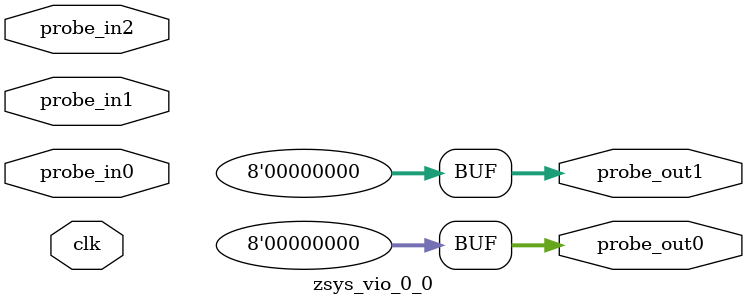
<source format=v>
`timescale 1ns / 1ps
module zsys_vio_0_0 (
clk,
probe_in0,probe_in1,probe_in2,
probe_out0,
probe_out1
);

input clk;
input [31 : 0] probe_in0;
input [31 : 0] probe_in1;
input [0 : 0] probe_in2;

output reg [7 : 0] probe_out0 = 'h00 ;
output reg [7 : 0] probe_out1 = 'h00 ;


endmodule

</source>
